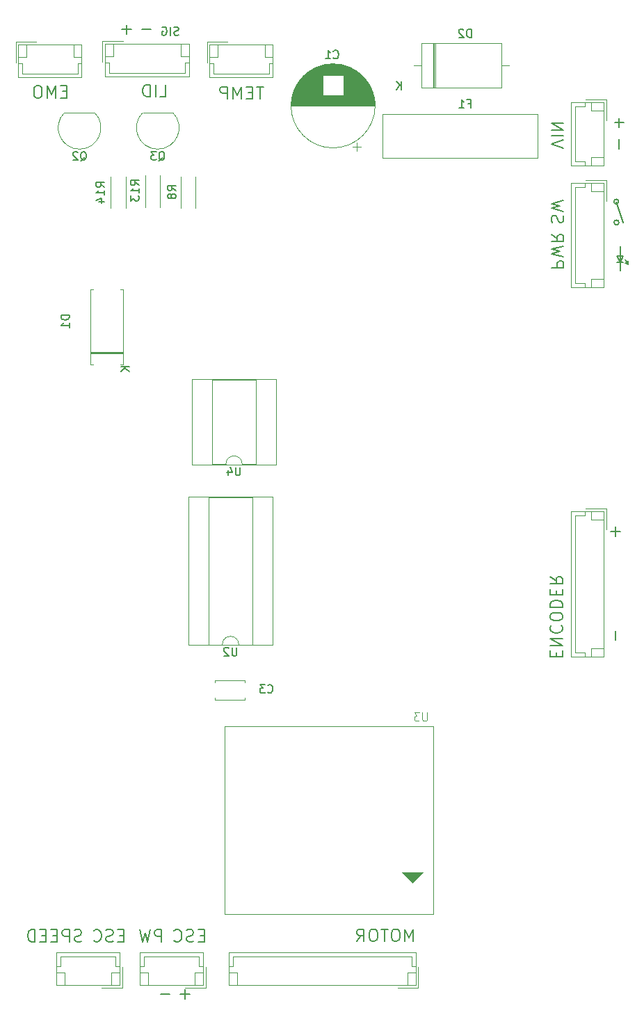
<source format=gbr>
%TF.GenerationSoftware,KiCad,Pcbnew,(7.0.0-0)*%
%TF.CreationDate,2023-03-19T23:14:05+09:00*%
%TF.ProjectId,Spct,53706374-2e6b-4696-9361-645f70636258,rev?*%
%TF.SameCoordinates,PX2540608PY1ee3f58*%
%TF.FileFunction,Legend,Bot*%
%TF.FilePolarity,Positive*%
%FSLAX46Y46*%
G04 Gerber Fmt 4.6, Leading zero omitted, Abs format (unit mm)*
G04 Created by KiCad (PCBNEW (7.0.0-0)) date 2023-03-19 23:14:05*
%MOMM*%
%LPD*%
G01*
G04 APERTURE LIST*
%ADD10C,0.200000*%
%ADD11C,0.150000*%
%ADD12C,0.100000*%
%ADD13C,0.120000*%
G04 APERTURE END LIST*
D10*
X85433257Y-63289257D02*
X85433257Y-62146400D01*
X84861828Y-62717828D02*
X86004685Y-62717828D01*
X85433257Y-75963857D02*
X85433257Y-74821000D01*
X78281542Y-77945057D02*
X78281542Y-77445057D01*
X77495828Y-77230771D02*
X77495828Y-77945057D01*
X77495828Y-77945057D02*
X78995828Y-77945057D01*
X78995828Y-77945057D02*
X78995828Y-77230771D01*
X77495828Y-76587914D02*
X78995828Y-76587914D01*
X78995828Y-76587914D02*
X77495828Y-75730771D01*
X77495828Y-75730771D02*
X78995828Y-75730771D01*
X77638685Y-74159342D02*
X77567257Y-74230770D01*
X77567257Y-74230770D02*
X77495828Y-74445056D01*
X77495828Y-74445056D02*
X77495828Y-74587913D01*
X77495828Y-74587913D02*
X77567257Y-74802199D01*
X77567257Y-74802199D02*
X77710114Y-74945056D01*
X77710114Y-74945056D02*
X77852971Y-75016485D01*
X77852971Y-75016485D02*
X78138685Y-75087913D01*
X78138685Y-75087913D02*
X78352971Y-75087913D01*
X78352971Y-75087913D02*
X78638685Y-75016485D01*
X78638685Y-75016485D02*
X78781542Y-74945056D01*
X78781542Y-74945056D02*
X78924400Y-74802199D01*
X78924400Y-74802199D02*
X78995828Y-74587913D01*
X78995828Y-74587913D02*
X78995828Y-74445056D01*
X78995828Y-74445056D02*
X78924400Y-74230770D01*
X78924400Y-74230770D02*
X78852971Y-74159342D01*
X78995828Y-73230770D02*
X78995828Y-72945056D01*
X78995828Y-72945056D02*
X78924400Y-72802199D01*
X78924400Y-72802199D02*
X78781542Y-72659342D01*
X78781542Y-72659342D02*
X78495828Y-72587913D01*
X78495828Y-72587913D02*
X77995828Y-72587913D01*
X77995828Y-72587913D02*
X77710114Y-72659342D01*
X77710114Y-72659342D02*
X77567257Y-72802199D01*
X77567257Y-72802199D02*
X77495828Y-72945056D01*
X77495828Y-72945056D02*
X77495828Y-73230770D01*
X77495828Y-73230770D02*
X77567257Y-73373628D01*
X77567257Y-73373628D02*
X77710114Y-73516485D01*
X77710114Y-73516485D02*
X77995828Y-73587913D01*
X77995828Y-73587913D02*
X78495828Y-73587913D01*
X78495828Y-73587913D02*
X78781542Y-73516485D01*
X78781542Y-73516485D02*
X78924400Y-73373628D01*
X78924400Y-73373628D02*
X78995828Y-73230770D01*
X77495828Y-71945056D02*
X78995828Y-71945056D01*
X78995828Y-71945056D02*
X78995828Y-71587913D01*
X78995828Y-71587913D02*
X78924400Y-71373627D01*
X78924400Y-71373627D02*
X78781542Y-71230770D01*
X78781542Y-71230770D02*
X78638685Y-71159341D01*
X78638685Y-71159341D02*
X78352971Y-71087913D01*
X78352971Y-71087913D02*
X78138685Y-71087913D01*
X78138685Y-71087913D02*
X77852971Y-71159341D01*
X77852971Y-71159341D02*
X77710114Y-71230770D01*
X77710114Y-71230770D02*
X77567257Y-71373627D01*
X77567257Y-71373627D02*
X77495828Y-71587913D01*
X77495828Y-71587913D02*
X77495828Y-71945056D01*
X78281542Y-70445056D02*
X78281542Y-69945056D01*
X77495828Y-69730770D02*
X77495828Y-70445056D01*
X77495828Y-70445056D02*
X78995828Y-70445056D01*
X78995828Y-70445056D02*
X78995828Y-69730770D01*
X77495828Y-68230770D02*
X78210114Y-68730770D01*
X77495828Y-69087913D02*
X78995828Y-69087913D01*
X78995828Y-69087913D02*
X78995828Y-68516484D01*
X78995828Y-68516484D02*
X78924400Y-68373627D01*
X78924400Y-68373627D02*
X78852971Y-68302198D01*
X78852971Y-68302198D02*
X78710114Y-68230770D01*
X78710114Y-68230770D02*
X78495828Y-68230770D01*
X78495828Y-68230770D02*
X78352971Y-68302198D01*
X78352971Y-68302198D02*
X78281542Y-68373627D01*
X78281542Y-68373627D02*
X78210114Y-68516484D01*
X78210114Y-68516484D02*
X78210114Y-69087913D01*
X32441542Y-119027257D02*
X33584400Y-119027257D01*
X33012971Y-118455828D02*
X33012971Y-119598685D01*
X30028542Y-119027257D02*
X31171400Y-119027257D01*
X60810257Y-112621371D02*
X60810257Y-111121371D01*
X60810257Y-111121371D02*
X60310257Y-112192800D01*
X60310257Y-112192800D02*
X59810257Y-111121371D01*
X59810257Y-111121371D02*
X59810257Y-112621371D01*
X58810256Y-111121371D02*
X58524542Y-111121371D01*
X58524542Y-111121371D02*
X58381685Y-111192800D01*
X58381685Y-111192800D02*
X58238828Y-111335657D01*
X58238828Y-111335657D02*
X58167399Y-111621371D01*
X58167399Y-111621371D02*
X58167399Y-112121371D01*
X58167399Y-112121371D02*
X58238828Y-112407085D01*
X58238828Y-112407085D02*
X58381685Y-112549942D01*
X58381685Y-112549942D02*
X58524542Y-112621371D01*
X58524542Y-112621371D02*
X58810256Y-112621371D01*
X58810256Y-112621371D02*
X58953114Y-112549942D01*
X58953114Y-112549942D02*
X59095971Y-112407085D01*
X59095971Y-112407085D02*
X59167399Y-112121371D01*
X59167399Y-112121371D02*
X59167399Y-111621371D01*
X59167399Y-111621371D02*
X59095971Y-111335657D01*
X59095971Y-111335657D02*
X58953114Y-111192800D01*
X58953114Y-111192800D02*
X58810256Y-111121371D01*
X57738827Y-111121371D02*
X56881685Y-111121371D01*
X57310256Y-112621371D02*
X57310256Y-111121371D01*
X56095970Y-111121371D02*
X55810256Y-111121371D01*
X55810256Y-111121371D02*
X55667399Y-111192800D01*
X55667399Y-111192800D02*
X55524542Y-111335657D01*
X55524542Y-111335657D02*
X55453113Y-111621371D01*
X55453113Y-111621371D02*
X55453113Y-112121371D01*
X55453113Y-112121371D02*
X55524542Y-112407085D01*
X55524542Y-112407085D02*
X55667399Y-112549942D01*
X55667399Y-112549942D02*
X55810256Y-112621371D01*
X55810256Y-112621371D02*
X56095970Y-112621371D01*
X56095970Y-112621371D02*
X56238828Y-112549942D01*
X56238828Y-112549942D02*
X56381685Y-112407085D01*
X56381685Y-112407085D02*
X56453113Y-112121371D01*
X56453113Y-112121371D02*
X56453113Y-111621371D01*
X56453113Y-111621371D02*
X56381685Y-111335657D01*
X56381685Y-111335657D02*
X56238828Y-111192800D01*
X56238828Y-111192800D02*
X56095970Y-111121371D01*
X53953113Y-112621371D02*
X54453113Y-111907085D01*
X54810256Y-112621371D02*
X54810256Y-111121371D01*
X54810256Y-111121371D02*
X54238827Y-111121371D01*
X54238827Y-111121371D02*
X54095970Y-111192800D01*
X54095970Y-111192800D02*
X54024541Y-111264228D01*
X54024541Y-111264228D02*
X53953113Y-111407085D01*
X53953113Y-111407085D02*
X53953113Y-111621371D01*
X53953113Y-111621371D02*
X54024541Y-111764228D01*
X54024541Y-111764228D02*
X54095970Y-111835657D01*
X54095970Y-111835657D02*
X54238827Y-111907085D01*
X54238827Y-111907085D02*
X54810256Y-111907085D01*
X35359457Y-111886457D02*
X34859457Y-111886457D01*
X34645171Y-112672171D02*
X35359457Y-112672171D01*
X35359457Y-112672171D02*
X35359457Y-111172171D01*
X35359457Y-111172171D02*
X34645171Y-111172171D01*
X34073742Y-112600742D02*
X33859457Y-112672171D01*
X33859457Y-112672171D02*
X33502314Y-112672171D01*
X33502314Y-112672171D02*
X33359457Y-112600742D01*
X33359457Y-112600742D02*
X33288028Y-112529314D01*
X33288028Y-112529314D02*
X33216599Y-112386457D01*
X33216599Y-112386457D02*
X33216599Y-112243600D01*
X33216599Y-112243600D02*
X33288028Y-112100742D01*
X33288028Y-112100742D02*
X33359457Y-112029314D01*
X33359457Y-112029314D02*
X33502314Y-111957885D01*
X33502314Y-111957885D02*
X33788028Y-111886457D01*
X33788028Y-111886457D02*
X33930885Y-111815028D01*
X33930885Y-111815028D02*
X34002314Y-111743600D01*
X34002314Y-111743600D02*
X34073742Y-111600742D01*
X34073742Y-111600742D02*
X34073742Y-111457885D01*
X34073742Y-111457885D02*
X34002314Y-111315028D01*
X34002314Y-111315028D02*
X33930885Y-111243600D01*
X33930885Y-111243600D02*
X33788028Y-111172171D01*
X33788028Y-111172171D02*
X33430885Y-111172171D01*
X33430885Y-111172171D02*
X33216599Y-111243600D01*
X31716600Y-112529314D02*
X31788028Y-112600742D01*
X31788028Y-112600742D02*
X32002314Y-112672171D01*
X32002314Y-112672171D02*
X32145171Y-112672171D01*
X32145171Y-112672171D02*
X32359457Y-112600742D01*
X32359457Y-112600742D02*
X32502314Y-112457885D01*
X32502314Y-112457885D02*
X32573743Y-112315028D01*
X32573743Y-112315028D02*
X32645171Y-112029314D01*
X32645171Y-112029314D02*
X32645171Y-111815028D01*
X32645171Y-111815028D02*
X32573743Y-111529314D01*
X32573743Y-111529314D02*
X32502314Y-111386457D01*
X32502314Y-111386457D02*
X32359457Y-111243600D01*
X32359457Y-111243600D02*
X32145171Y-111172171D01*
X32145171Y-111172171D02*
X32002314Y-111172171D01*
X32002314Y-111172171D02*
X31788028Y-111243600D01*
X31788028Y-111243600D02*
X31716600Y-111315028D01*
X30173743Y-112672171D02*
X30173743Y-111172171D01*
X30173743Y-111172171D02*
X29602314Y-111172171D01*
X29602314Y-111172171D02*
X29459457Y-111243600D01*
X29459457Y-111243600D02*
X29388028Y-111315028D01*
X29388028Y-111315028D02*
X29316600Y-111457885D01*
X29316600Y-111457885D02*
X29316600Y-111672171D01*
X29316600Y-111672171D02*
X29388028Y-111815028D01*
X29388028Y-111815028D02*
X29459457Y-111886457D01*
X29459457Y-111886457D02*
X29602314Y-111957885D01*
X29602314Y-111957885D02*
X30173743Y-111957885D01*
X28816600Y-111172171D02*
X28459457Y-112672171D01*
X28459457Y-112672171D02*
X28173743Y-111600742D01*
X28173743Y-111600742D02*
X27888028Y-112672171D01*
X27888028Y-112672171D02*
X27530886Y-111172171D01*
X25555057Y-111886457D02*
X25055057Y-111886457D01*
X24840771Y-112672171D02*
X25555057Y-112672171D01*
X25555057Y-112672171D02*
X25555057Y-111172171D01*
X25555057Y-111172171D02*
X24840771Y-111172171D01*
X24269342Y-112600742D02*
X24055057Y-112672171D01*
X24055057Y-112672171D02*
X23697914Y-112672171D01*
X23697914Y-112672171D02*
X23555057Y-112600742D01*
X23555057Y-112600742D02*
X23483628Y-112529314D01*
X23483628Y-112529314D02*
X23412199Y-112386457D01*
X23412199Y-112386457D02*
X23412199Y-112243600D01*
X23412199Y-112243600D02*
X23483628Y-112100742D01*
X23483628Y-112100742D02*
X23555057Y-112029314D01*
X23555057Y-112029314D02*
X23697914Y-111957885D01*
X23697914Y-111957885D02*
X23983628Y-111886457D01*
X23983628Y-111886457D02*
X24126485Y-111815028D01*
X24126485Y-111815028D02*
X24197914Y-111743600D01*
X24197914Y-111743600D02*
X24269342Y-111600742D01*
X24269342Y-111600742D02*
X24269342Y-111457885D01*
X24269342Y-111457885D02*
X24197914Y-111315028D01*
X24197914Y-111315028D02*
X24126485Y-111243600D01*
X24126485Y-111243600D02*
X23983628Y-111172171D01*
X23983628Y-111172171D02*
X23626485Y-111172171D01*
X23626485Y-111172171D02*
X23412199Y-111243600D01*
X21912200Y-112529314D02*
X21983628Y-112600742D01*
X21983628Y-112600742D02*
X22197914Y-112672171D01*
X22197914Y-112672171D02*
X22340771Y-112672171D01*
X22340771Y-112672171D02*
X22555057Y-112600742D01*
X22555057Y-112600742D02*
X22697914Y-112457885D01*
X22697914Y-112457885D02*
X22769343Y-112315028D01*
X22769343Y-112315028D02*
X22840771Y-112029314D01*
X22840771Y-112029314D02*
X22840771Y-111815028D01*
X22840771Y-111815028D02*
X22769343Y-111529314D01*
X22769343Y-111529314D02*
X22697914Y-111386457D01*
X22697914Y-111386457D02*
X22555057Y-111243600D01*
X22555057Y-111243600D02*
X22340771Y-111172171D01*
X22340771Y-111172171D02*
X22197914Y-111172171D01*
X22197914Y-111172171D02*
X21983628Y-111243600D01*
X21983628Y-111243600D02*
X21912200Y-111315028D01*
X20440771Y-112600742D02*
X20226486Y-112672171D01*
X20226486Y-112672171D02*
X19869343Y-112672171D01*
X19869343Y-112672171D02*
X19726486Y-112600742D01*
X19726486Y-112600742D02*
X19655057Y-112529314D01*
X19655057Y-112529314D02*
X19583628Y-112386457D01*
X19583628Y-112386457D02*
X19583628Y-112243600D01*
X19583628Y-112243600D02*
X19655057Y-112100742D01*
X19655057Y-112100742D02*
X19726486Y-112029314D01*
X19726486Y-112029314D02*
X19869343Y-111957885D01*
X19869343Y-111957885D02*
X20155057Y-111886457D01*
X20155057Y-111886457D02*
X20297914Y-111815028D01*
X20297914Y-111815028D02*
X20369343Y-111743600D01*
X20369343Y-111743600D02*
X20440771Y-111600742D01*
X20440771Y-111600742D02*
X20440771Y-111457885D01*
X20440771Y-111457885D02*
X20369343Y-111315028D01*
X20369343Y-111315028D02*
X20297914Y-111243600D01*
X20297914Y-111243600D02*
X20155057Y-111172171D01*
X20155057Y-111172171D02*
X19797914Y-111172171D01*
X19797914Y-111172171D02*
X19583628Y-111243600D01*
X18940772Y-112672171D02*
X18940772Y-111172171D01*
X18940772Y-111172171D02*
X18369343Y-111172171D01*
X18369343Y-111172171D02*
X18226486Y-111243600D01*
X18226486Y-111243600D02*
X18155057Y-111315028D01*
X18155057Y-111315028D02*
X18083629Y-111457885D01*
X18083629Y-111457885D02*
X18083629Y-111672171D01*
X18083629Y-111672171D02*
X18155057Y-111815028D01*
X18155057Y-111815028D02*
X18226486Y-111886457D01*
X18226486Y-111886457D02*
X18369343Y-111957885D01*
X18369343Y-111957885D02*
X18940772Y-111957885D01*
X17440772Y-111886457D02*
X16940772Y-111886457D01*
X16726486Y-112672171D02*
X17440772Y-112672171D01*
X17440772Y-112672171D02*
X17440772Y-111172171D01*
X17440772Y-111172171D02*
X16726486Y-111172171D01*
X16083629Y-111886457D02*
X15583629Y-111886457D01*
X15369343Y-112672171D02*
X16083629Y-112672171D01*
X16083629Y-112672171D02*
X16083629Y-111172171D01*
X16083629Y-111172171D02*
X15369343Y-111172171D01*
X14726486Y-112672171D02*
X14726486Y-111172171D01*
X14726486Y-111172171D02*
X14369343Y-111172171D01*
X14369343Y-111172171D02*
X14155057Y-111243600D01*
X14155057Y-111243600D02*
X14012200Y-111386457D01*
X14012200Y-111386457D02*
X13940771Y-111529314D01*
X13940771Y-111529314D02*
X13869343Y-111815028D01*
X13869343Y-111815028D02*
X13869343Y-112029314D01*
X13869343Y-112029314D02*
X13940771Y-112315028D01*
X13940771Y-112315028D02*
X14012200Y-112457885D01*
X14012200Y-112457885D02*
X14155057Y-112600742D01*
X14155057Y-112600742D02*
X14369343Y-112672171D01*
X14369343Y-112672171D02*
X14726486Y-112672171D01*
X18620857Y-9168857D02*
X18120857Y-9168857D01*
X17906571Y-9954571D02*
X18620857Y-9954571D01*
X18620857Y-9954571D02*
X18620857Y-8454571D01*
X18620857Y-8454571D02*
X17906571Y-8454571D01*
X17263714Y-9954571D02*
X17263714Y-8454571D01*
X17263714Y-8454571D02*
X16763714Y-9526000D01*
X16763714Y-9526000D02*
X16263714Y-8454571D01*
X16263714Y-8454571D02*
X16263714Y-9954571D01*
X15263713Y-8454571D02*
X14977999Y-8454571D01*
X14977999Y-8454571D02*
X14835142Y-8526000D01*
X14835142Y-8526000D02*
X14692285Y-8668857D01*
X14692285Y-8668857D02*
X14620856Y-8954571D01*
X14620856Y-8954571D02*
X14620856Y-9454571D01*
X14620856Y-9454571D02*
X14692285Y-9740285D01*
X14692285Y-9740285D02*
X14835142Y-9883142D01*
X14835142Y-9883142D02*
X14977999Y-9954571D01*
X14977999Y-9954571D02*
X15263713Y-9954571D01*
X15263713Y-9954571D02*
X15406571Y-9883142D01*
X15406571Y-9883142D02*
X15549428Y-9740285D01*
X15549428Y-9740285D02*
X15620856Y-9454571D01*
X15620856Y-9454571D02*
X15620856Y-8954571D01*
X15620856Y-8954571D02*
X15549428Y-8668857D01*
X15549428Y-8668857D02*
X15406571Y-8526000D01*
X15406571Y-8526000D02*
X15263713Y-8454571D01*
X32249523Y-2268761D02*
X32106666Y-2316380D01*
X32106666Y-2316380D02*
X31868571Y-2316380D01*
X31868571Y-2316380D02*
X31773333Y-2268761D01*
X31773333Y-2268761D02*
X31725714Y-2221142D01*
X31725714Y-2221142D02*
X31678095Y-2125904D01*
X31678095Y-2125904D02*
X31678095Y-2030666D01*
X31678095Y-2030666D02*
X31725714Y-1935428D01*
X31725714Y-1935428D02*
X31773333Y-1887809D01*
X31773333Y-1887809D02*
X31868571Y-1840190D01*
X31868571Y-1840190D02*
X32059047Y-1792571D01*
X32059047Y-1792571D02*
X32154285Y-1744952D01*
X32154285Y-1744952D02*
X32201904Y-1697333D01*
X32201904Y-1697333D02*
X32249523Y-1602095D01*
X32249523Y-1602095D02*
X32249523Y-1506857D01*
X32249523Y-1506857D02*
X32201904Y-1411619D01*
X32201904Y-1411619D02*
X32154285Y-1364000D01*
X32154285Y-1364000D02*
X32059047Y-1316380D01*
X32059047Y-1316380D02*
X31820952Y-1316380D01*
X31820952Y-1316380D02*
X31678095Y-1364000D01*
X31249523Y-2316380D02*
X31249523Y-1316380D01*
X30249524Y-1364000D02*
X30344762Y-1316380D01*
X30344762Y-1316380D02*
X30487619Y-1316380D01*
X30487619Y-1316380D02*
X30630476Y-1364000D01*
X30630476Y-1364000D02*
X30725714Y-1459238D01*
X30725714Y-1459238D02*
X30773333Y-1554476D01*
X30773333Y-1554476D02*
X30820952Y-1744952D01*
X30820952Y-1744952D02*
X30820952Y-1887809D01*
X30820952Y-1887809D02*
X30773333Y-2078285D01*
X30773333Y-2078285D02*
X30725714Y-2173523D01*
X30725714Y-2173523D02*
X30630476Y-2268761D01*
X30630476Y-2268761D02*
X30487619Y-2316380D01*
X30487619Y-2316380D02*
X30392381Y-2316380D01*
X30392381Y-2316380D02*
X30249524Y-2268761D01*
X30249524Y-2268761D02*
X30201905Y-2221142D01*
X30201905Y-2221142D02*
X30201905Y-1887809D01*
X30201905Y-1887809D02*
X30392381Y-1887809D01*
X28907857Y-1636142D02*
X27765000Y-1636142D01*
X26494857Y-1636142D02*
X25352000Y-1636142D01*
X25923428Y-2207571D02*
X25923428Y-1064714D01*
X29971571Y-9827571D02*
X30685857Y-9827571D01*
X30685857Y-9827571D02*
X30685857Y-8327571D01*
X29471571Y-9827571D02*
X29471571Y-8327571D01*
X28757285Y-9827571D02*
X28757285Y-8327571D01*
X28757285Y-8327571D02*
X28400142Y-8327571D01*
X28400142Y-8327571D02*
X28185856Y-8399000D01*
X28185856Y-8399000D02*
X28042999Y-8541857D01*
X28042999Y-8541857D02*
X27971570Y-8684714D01*
X27971570Y-8684714D02*
X27900142Y-8970428D01*
X27900142Y-8970428D02*
X27900142Y-9184714D01*
X27900142Y-9184714D02*
X27971570Y-9470428D01*
X27971570Y-9470428D02*
X28042999Y-9613285D01*
X28042999Y-9613285D02*
X28185856Y-9756142D01*
X28185856Y-9756142D02*
X28400142Y-9827571D01*
X28400142Y-9827571D02*
X28757285Y-9827571D01*
X42584142Y-8581571D02*
X41727000Y-8581571D01*
X42155571Y-10081571D02*
X42155571Y-8581571D01*
X41227000Y-9295857D02*
X40727000Y-9295857D01*
X40512714Y-10081571D02*
X41227000Y-10081571D01*
X41227000Y-10081571D02*
X41227000Y-8581571D01*
X41227000Y-8581571D02*
X40512714Y-8581571D01*
X39869857Y-10081571D02*
X39869857Y-8581571D01*
X39869857Y-8581571D02*
X39369857Y-9653000D01*
X39369857Y-9653000D02*
X38869857Y-8581571D01*
X38869857Y-8581571D02*
X38869857Y-10081571D01*
X38155571Y-10081571D02*
X38155571Y-8581571D01*
X38155571Y-8581571D02*
X37584142Y-8581571D01*
X37584142Y-8581571D02*
X37441285Y-8653000D01*
X37441285Y-8653000D02*
X37369856Y-8724428D01*
X37369856Y-8724428D02*
X37298428Y-8867285D01*
X37298428Y-8867285D02*
X37298428Y-9081571D01*
X37298428Y-9081571D02*
X37369856Y-9224428D01*
X37369856Y-9224428D02*
X37441285Y-9295857D01*
X37441285Y-9295857D02*
X37584142Y-9367285D01*
X37584142Y-9367285D02*
X38155571Y-9367285D01*
D11*
X87000000Y-30200000D02*
X86612693Y-30043709D01*
X87000000Y-30200000D02*
X87000000Y-29800000D01*
X86600000Y-29600000D02*
X87000000Y-30200000D01*
X85600000Y-30000000D02*
X86400000Y-30000000D01*
X85600000Y-29200000D02*
X86000000Y-30000000D01*
X86400000Y-29200000D02*
X85600000Y-29200000D01*
X86000000Y-30000000D02*
X86400000Y-29200000D01*
X86000000Y-28000000D02*
X86000000Y-31000000D01*
X85858521Y-25110608D02*
G75*
G03*
X85858521Y-25110608I-296839J0D01*
G01*
X85827941Y-22578411D02*
G75*
G03*
X85827941Y-22578411I-296839J0D01*
G01*
X85531102Y-22578411D02*
X86330896Y-25130948D01*
D10*
X85897857Y-16142857D02*
X85897857Y-15000000D01*
X85897857Y-13542857D02*
X85897857Y-12400000D01*
X85326428Y-12971428D02*
X86469285Y-12971428D01*
X77626428Y-30642857D02*
X79126428Y-30642857D01*
X79126428Y-30642857D02*
X79126428Y-30071428D01*
X79126428Y-30071428D02*
X79055000Y-29928571D01*
X79055000Y-29928571D02*
X78983571Y-29857142D01*
X78983571Y-29857142D02*
X78840714Y-29785714D01*
X78840714Y-29785714D02*
X78626428Y-29785714D01*
X78626428Y-29785714D02*
X78483571Y-29857142D01*
X78483571Y-29857142D02*
X78412142Y-29928571D01*
X78412142Y-29928571D02*
X78340714Y-30071428D01*
X78340714Y-30071428D02*
X78340714Y-30642857D01*
X79126428Y-29285714D02*
X77626428Y-28928571D01*
X77626428Y-28928571D02*
X78697857Y-28642857D01*
X78697857Y-28642857D02*
X77626428Y-28357142D01*
X77626428Y-28357142D02*
X79126428Y-28000000D01*
X77626428Y-26571428D02*
X78340714Y-27071428D01*
X77626428Y-27428571D02*
X79126428Y-27428571D01*
X79126428Y-27428571D02*
X79126428Y-26857142D01*
X79126428Y-26857142D02*
X79055000Y-26714285D01*
X79055000Y-26714285D02*
X78983571Y-26642856D01*
X78983571Y-26642856D02*
X78840714Y-26571428D01*
X78840714Y-26571428D02*
X78626428Y-26571428D01*
X78626428Y-26571428D02*
X78483571Y-26642856D01*
X78483571Y-26642856D02*
X78412142Y-26714285D01*
X78412142Y-26714285D02*
X78340714Y-26857142D01*
X78340714Y-26857142D02*
X78340714Y-27428571D01*
X77697857Y-25099999D02*
X77626428Y-24885714D01*
X77626428Y-24885714D02*
X77626428Y-24528571D01*
X77626428Y-24528571D02*
X77697857Y-24385714D01*
X77697857Y-24385714D02*
X77769285Y-24314285D01*
X77769285Y-24314285D02*
X77912142Y-24242856D01*
X77912142Y-24242856D02*
X78055000Y-24242856D01*
X78055000Y-24242856D02*
X78197857Y-24314285D01*
X78197857Y-24314285D02*
X78269285Y-24385714D01*
X78269285Y-24385714D02*
X78340714Y-24528571D01*
X78340714Y-24528571D02*
X78412142Y-24814285D01*
X78412142Y-24814285D02*
X78483571Y-24957142D01*
X78483571Y-24957142D02*
X78555000Y-25028571D01*
X78555000Y-25028571D02*
X78697857Y-25099999D01*
X78697857Y-25099999D02*
X78840714Y-25099999D01*
X78840714Y-25099999D02*
X78983571Y-25028571D01*
X78983571Y-25028571D02*
X79055000Y-24957142D01*
X79055000Y-24957142D02*
X79126428Y-24814285D01*
X79126428Y-24814285D02*
X79126428Y-24457142D01*
X79126428Y-24457142D02*
X79055000Y-24242856D01*
X79126428Y-23742857D02*
X77626428Y-23385714D01*
X77626428Y-23385714D02*
X78697857Y-23100000D01*
X78697857Y-23100000D02*
X77626428Y-22814285D01*
X77626428Y-22814285D02*
X79126428Y-22457143D01*
X79126428Y-16057142D02*
X77626428Y-15557142D01*
X77626428Y-15557142D02*
X79126428Y-15057142D01*
X77626428Y-14557143D02*
X79126428Y-14557143D01*
X77626428Y-13842857D02*
X79126428Y-13842857D01*
X79126428Y-13842857D02*
X77626428Y-12985714D01*
X77626428Y-12985714D02*
X79126428Y-12985714D01*
D12*
%TO.C,U3*%
X62500904Y-84776380D02*
X62500904Y-85585904D01*
X62500904Y-85585904D02*
X62453285Y-85681142D01*
X62453285Y-85681142D02*
X62405666Y-85728761D01*
X62405666Y-85728761D02*
X62310428Y-85776380D01*
X62310428Y-85776380D02*
X62119952Y-85776380D01*
X62119952Y-85776380D02*
X62024714Y-85728761D01*
X62024714Y-85728761D02*
X61977095Y-85681142D01*
X61977095Y-85681142D02*
X61929476Y-85585904D01*
X61929476Y-85585904D02*
X61929476Y-84776380D01*
X61548523Y-84776380D02*
X60929476Y-84776380D01*
X60929476Y-84776380D02*
X61262809Y-85157333D01*
X61262809Y-85157333D02*
X61119952Y-85157333D01*
X61119952Y-85157333D02*
X61024714Y-85204952D01*
X61024714Y-85204952D02*
X60977095Y-85252571D01*
X60977095Y-85252571D02*
X60929476Y-85347809D01*
X60929476Y-85347809D02*
X60929476Y-85585904D01*
X60929476Y-85585904D02*
X60977095Y-85681142D01*
X60977095Y-85681142D02*
X61024714Y-85728761D01*
X61024714Y-85728761D02*
X61119952Y-85776380D01*
X61119952Y-85776380D02*
X61405666Y-85776380D01*
X61405666Y-85776380D02*
X61500904Y-85728761D01*
X61500904Y-85728761D02*
X61548523Y-85681142D01*
D11*
%TO.C,R13*%
X27418380Y-20566142D02*
X26942190Y-20232809D01*
X27418380Y-19994714D02*
X26418380Y-19994714D01*
X26418380Y-19994714D02*
X26418380Y-20375666D01*
X26418380Y-20375666D02*
X26466000Y-20470904D01*
X26466000Y-20470904D02*
X26513619Y-20518523D01*
X26513619Y-20518523D02*
X26608857Y-20566142D01*
X26608857Y-20566142D02*
X26751714Y-20566142D01*
X26751714Y-20566142D02*
X26846952Y-20518523D01*
X26846952Y-20518523D02*
X26894571Y-20470904D01*
X26894571Y-20470904D02*
X26942190Y-20375666D01*
X26942190Y-20375666D02*
X26942190Y-19994714D01*
X27418380Y-21518523D02*
X27418380Y-20947095D01*
X27418380Y-21232809D02*
X26418380Y-21232809D01*
X26418380Y-21232809D02*
X26561238Y-21137571D01*
X26561238Y-21137571D02*
X26656476Y-21042333D01*
X26656476Y-21042333D02*
X26704095Y-20947095D01*
X26418380Y-21851857D02*
X26418380Y-22470904D01*
X26418380Y-22470904D02*
X26799333Y-22137571D01*
X26799333Y-22137571D02*
X26799333Y-22280428D01*
X26799333Y-22280428D02*
X26846952Y-22375666D01*
X26846952Y-22375666D02*
X26894571Y-22423285D01*
X26894571Y-22423285D02*
X26989809Y-22470904D01*
X26989809Y-22470904D02*
X27227904Y-22470904D01*
X27227904Y-22470904D02*
X27323142Y-22423285D01*
X27323142Y-22423285D02*
X27370761Y-22375666D01*
X27370761Y-22375666D02*
X27418380Y-22280428D01*
X27418380Y-22280428D02*
X27418380Y-21994714D01*
X27418380Y-21994714D02*
X27370761Y-21899476D01*
X27370761Y-21899476D02*
X27323142Y-21851857D01*
%TO.C,D1*%
X18938380Y-36391905D02*
X17938380Y-36391905D01*
X17938380Y-36391905D02*
X17938380Y-36630000D01*
X17938380Y-36630000D02*
X17986000Y-36772857D01*
X17986000Y-36772857D02*
X18081238Y-36868095D01*
X18081238Y-36868095D02*
X18176476Y-36915714D01*
X18176476Y-36915714D02*
X18366952Y-36963333D01*
X18366952Y-36963333D02*
X18509809Y-36963333D01*
X18509809Y-36963333D02*
X18700285Y-36915714D01*
X18700285Y-36915714D02*
X18795523Y-36868095D01*
X18795523Y-36868095D02*
X18890761Y-36772857D01*
X18890761Y-36772857D02*
X18938380Y-36630000D01*
X18938380Y-36630000D02*
X18938380Y-36391905D01*
X18938380Y-37915714D02*
X18938380Y-37344286D01*
X18938380Y-37630000D02*
X17938380Y-37630000D01*
X17938380Y-37630000D02*
X18081238Y-37534762D01*
X18081238Y-37534762D02*
X18176476Y-37439524D01*
X18176476Y-37439524D02*
X18224095Y-37344286D01*
X26262380Y-42664095D02*
X25262380Y-42664095D01*
X26262380Y-43235523D02*
X25690952Y-42806952D01*
X25262380Y-43235523D02*
X25833809Y-42664095D01*
%TO.C,F1*%
X67472333Y-10652571D02*
X67805666Y-10652571D01*
X67805666Y-11176380D02*
X67805666Y-10176380D01*
X67805666Y-10176380D02*
X67329476Y-10176380D01*
X66424714Y-11176380D02*
X66996142Y-11176380D01*
X66710428Y-11176380D02*
X66710428Y-10176380D01*
X66710428Y-10176380D02*
X66805666Y-10319238D01*
X66805666Y-10319238D02*
X66900904Y-10414476D01*
X66900904Y-10414476D02*
X66996142Y-10462095D01*
%TO.C,D2*%
X67877094Y-2576380D02*
X67877094Y-1576380D01*
X67877094Y-1576380D02*
X67638999Y-1576380D01*
X67638999Y-1576380D02*
X67496142Y-1624000D01*
X67496142Y-1624000D02*
X67400904Y-1719238D01*
X67400904Y-1719238D02*
X67353285Y-1814476D01*
X67353285Y-1814476D02*
X67305666Y-2004952D01*
X67305666Y-2004952D02*
X67305666Y-2147809D01*
X67305666Y-2147809D02*
X67353285Y-2338285D01*
X67353285Y-2338285D02*
X67400904Y-2433523D01*
X67400904Y-2433523D02*
X67496142Y-2528761D01*
X67496142Y-2528761D02*
X67638999Y-2576380D01*
X67638999Y-2576380D02*
X67877094Y-2576380D01*
X66924713Y-1671619D02*
X66877094Y-1624000D01*
X66877094Y-1624000D02*
X66781856Y-1576380D01*
X66781856Y-1576380D02*
X66543761Y-1576380D01*
X66543761Y-1576380D02*
X66448523Y-1624000D01*
X66448523Y-1624000D02*
X66400904Y-1671619D01*
X66400904Y-1671619D02*
X66353285Y-1766857D01*
X66353285Y-1766857D02*
X66353285Y-1862095D01*
X66353285Y-1862095D02*
X66400904Y-2004952D01*
X66400904Y-2004952D02*
X66972332Y-2576380D01*
X66972332Y-2576380D02*
X66353285Y-2576380D01*
X59341904Y-8967380D02*
X59341904Y-7967380D01*
X58770476Y-8967380D02*
X59199047Y-8395952D01*
X58770476Y-7967380D02*
X59341904Y-8538809D01*
%TO.C,R14*%
X23227380Y-20820142D02*
X22751190Y-20486809D01*
X23227380Y-20248714D02*
X22227380Y-20248714D01*
X22227380Y-20248714D02*
X22227380Y-20629666D01*
X22227380Y-20629666D02*
X22275000Y-20724904D01*
X22275000Y-20724904D02*
X22322619Y-20772523D01*
X22322619Y-20772523D02*
X22417857Y-20820142D01*
X22417857Y-20820142D02*
X22560714Y-20820142D01*
X22560714Y-20820142D02*
X22655952Y-20772523D01*
X22655952Y-20772523D02*
X22703571Y-20724904D01*
X22703571Y-20724904D02*
X22751190Y-20629666D01*
X22751190Y-20629666D02*
X22751190Y-20248714D01*
X23227380Y-21772523D02*
X23227380Y-21201095D01*
X23227380Y-21486809D02*
X22227380Y-21486809D01*
X22227380Y-21486809D02*
X22370238Y-21391571D01*
X22370238Y-21391571D02*
X22465476Y-21296333D01*
X22465476Y-21296333D02*
X22513095Y-21201095D01*
X22560714Y-22629666D02*
X23227380Y-22629666D01*
X22179761Y-22391571D02*
X22894047Y-22153476D01*
X22894047Y-22153476D02*
X22894047Y-22772523D01*
%TO.C,R8*%
X31918380Y-21239533D02*
X31442190Y-20906200D01*
X31918380Y-20668105D02*
X30918380Y-20668105D01*
X30918380Y-20668105D02*
X30918380Y-21049057D01*
X30918380Y-21049057D02*
X30966000Y-21144295D01*
X30966000Y-21144295D02*
X31013619Y-21191914D01*
X31013619Y-21191914D02*
X31108857Y-21239533D01*
X31108857Y-21239533D02*
X31251714Y-21239533D01*
X31251714Y-21239533D02*
X31346952Y-21191914D01*
X31346952Y-21191914D02*
X31394571Y-21144295D01*
X31394571Y-21144295D02*
X31442190Y-21049057D01*
X31442190Y-21049057D02*
X31442190Y-20668105D01*
X31346952Y-21810962D02*
X31299333Y-21715724D01*
X31299333Y-21715724D02*
X31251714Y-21668105D01*
X31251714Y-21668105D02*
X31156476Y-21620486D01*
X31156476Y-21620486D02*
X31108857Y-21620486D01*
X31108857Y-21620486D02*
X31013619Y-21668105D01*
X31013619Y-21668105D02*
X30966000Y-21715724D01*
X30966000Y-21715724D02*
X30918380Y-21810962D01*
X30918380Y-21810962D02*
X30918380Y-22001438D01*
X30918380Y-22001438D02*
X30966000Y-22096676D01*
X30966000Y-22096676D02*
X31013619Y-22144295D01*
X31013619Y-22144295D02*
X31108857Y-22191914D01*
X31108857Y-22191914D02*
X31156476Y-22191914D01*
X31156476Y-22191914D02*
X31251714Y-22144295D01*
X31251714Y-22144295D02*
X31299333Y-22096676D01*
X31299333Y-22096676D02*
X31346952Y-22001438D01*
X31346952Y-22001438D02*
X31346952Y-21810962D01*
X31346952Y-21810962D02*
X31394571Y-21715724D01*
X31394571Y-21715724D02*
X31442190Y-21668105D01*
X31442190Y-21668105D02*
X31537428Y-21620486D01*
X31537428Y-21620486D02*
X31727904Y-21620486D01*
X31727904Y-21620486D02*
X31823142Y-21668105D01*
X31823142Y-21668105D02*
X31870761Y-21715724D01*
X31870761Y-21715724D02*
X31918380Y-21810962D01*
X31918380Y-21810962D02*
X31918380Y-22001438D01*
X31918380Y-22001438D02*
X31870761Y-22096676D01*
X31870761Y-22096676D02*
X31823142Y-22144295D01*
X31823142Y-22144295D02*
X31727904Y-22191914D01*
X31727904Y-22191914D02*
X31537428Y-22191914D01*
X31537428Y-22191914D02*
X31442190Y-22144295D01*
X31442190Y-22144295D02*
X31394571Y-22096676D01*
X31394571Y-22096676D02*
X31346952Y-22001438D01*
%TO.C,U4*%
X39760904Y-54900380D02*
X39760904Y-55709904D01*
X39760904Y-55709904D02*
X39713285Y-55805142D01*
X39713285Y-55805142D02*
X39665666Y-55852761D01*
X39665666Y-55852761D02*
X39570428Y-55900380D01*
X39570428Y-55900380D02*
X39379952Y-55900380D01*
X39379952Y-55900380D02*
X39284714Y-55852761D01*
X39284714Y-55852761D02*
X39237095Y-55805142D01*
X39237095Y-55805142D02*
X39189476Y-55709904D01*
X39189476Y-55709904D02*
X39189476Y-54900380D01*
X38284714Y-55233714D02*
X38284714Y-55900380D01*
X38522809Y-54852761D02*
X38760904Y-55567047D01*
X38760904Y-55567047D02*
X38141857Y-55567047D01*
%TO.C,Q3*%
X29813238Y-17611619D02*
X29908476Y-17564000D01*
X29908476Y-17564000D02*
X30003714Y-17468761D01*
X30003714Y-17468761D02*
X30146571Y-17325904D01*
X30146571Y-17325904D02*
X30241809Y-17278285D01*
X30241809Y-17278285D02*
X30337047Y-17278285D01*
X30289428Y-17516380D02*
X30384666Y-17468761D01*
X30384666Y-17468761D02*
X30479904Y-17373523D01*
X30479904Y-17373523D02*
X30527523Y-17183047D01*
X30527523Y-17183047D02*
X30527523Y-16849714D01*
X30527523Y-16849714D02*
X30479904Y-16659238D01*
X30479904Y-16659238D02*
X30384666Y-16564000D01*
X30384666Y-16564000D02*
X30289428Y-16516380D01*
X30289428Y-16516380D02*
X30098952Y-16516380D01*
X30098952Y-16516380D02*
X30003714Y-16564000D01*
X30003714Y-16564000D02*
X29908476Y-16659238D01*
X29908476Y-16659238D02*
X29860857Y-16849714D01*
X29860857Y-16849714D02*
X29860857Y-17183047D01*
X29860857Y-17183047D02*
X29908476Y-17373523D01*
X29908476Y-17373523D02*
X30003714Y-17468761D01*
X30003714Y-17468761D02*
X30098952Y-17516380D01*
X30098952Y-17516380D02*
X30289428Y-17516380D01*
X29527523Y-16516380D02*
X28908476Y-16516380D01*
X28908476Y-16516380D02*
X29241809Y-16897333D01*
X29241809Y-16897333D02*
X29098952Y-16897333D01*
X29098952Y-16897333D02*
X29003714Y-16944952D01*
X29003714Y-16944952D02*
X28956095Y-16992571D01*
X28956095Y-16992571D02*
X28908476Y-17087809D01*
X28908476Y-17087809D02*
X28908476Y-17325904D01*
X28908476Y-17325904D02*
X28956095Y-17421142D01*
X28956095Y-17421142D02*
X29003714Y-17468761D01*
X29003714Y-17468761D02*
X29098952Y-17516380D01*
X29098952Y-17516380D02*
X29384666Y-17516380D01*
X29384666Y-17516380D02*
X29479904Y-17468761D01*
X29479904Y-17468761D02*
X29527523Y-17421142D01*
%TO.C,C1*%
X51105666Y-5081142D02*
X51153285Y-5128761D01*
X51153285Y-5128761D02*
X51296142Y-5176380D01*
X51296142Y-5176380D02*
X51391380Y-5176380D01*
X51391380Y-5176380D02*
X51534237Y-5128761D01*
X51534237Y-5128761D02*
X51629475Y-5033523D01*
X51629475Y-5033523D02*
X51677094Y-4938285D01*
X51677094Y-4938285D02*
X51724713Y-4747809D01*
X51724713Y-4747809D02*
X51724713Y-4604952D01*
X51724713Y-4604952D02*
X51677094Y-4414476D01*
X51677094Y-4414476D02*
X51629475Y-4319238D01*
X51629475Y-4319238D02*
X51534237Y-4224000D01*
X51534237Y-4224000D02*
X51391380Y-4176380D01*
X51391380Y-4176380D02*
X51296142Y-4176380D01*
X51296142Y-4176380D02*
X51153285Y-4224000D01*
X51153285Y-4224000D02*
X51105666Y-4271619D01*
X50153285Y-5176380D02*
X50724713Y-5176380D01*
X50438999Y-5176380D02*
X50438999Y-4176380D01*
X50438999Y-4176380D02*
X50534237Y-4319238D01*
X50534237Y-4319238D02*
X50629475Y-4414476D01*
X50629475Y-4414476D02*
X50724713Y-4462095D01*
%TO.C,C3*%
X43105666Y-82281142D02*
X43153285Y-82328761D01*
X43153285Y-82328761D02*
X43296142Y-82376380D01*
X43296142Y-82376380D02*
X43391380Y-82376380D01*
X43391380Y-82376380D02*
X43534237Y-82328761D01*
X43534237Y-82328761D02*
X43629475Y-82233523D01*
X43629475Y-82233523D02*
X43677094Y-82138285D01*
X43677094Y-82138285D02*
X43724713Y-81947809D01*
X43724713Y-81947809D02*
X43724713Y-81804952D01*
X43724713Y-81804952D02*
X43677094Y-81614476D01*
X43677094Y-81614476D02*
X43629475Y-81519238D01*
X43629475Y-81519238D02*
X43534237Y-81424000D01*
X43534237Y-81424000D02*
X43391380Y-81376380D01*
X43391380Y-81376380D02*
X43296142Y-81376380D01*
X43296142Y-81376380D02*
X43153285Y-81424000D01*
X43153285Y-81424000D02*
X43105666Y-81471619D01*
X42772332Y-81376380D02*
X42153285Y-81376380D01*
X42153285Y-81376380D02*
X42486618Y-81757333D01*
X42486618Y-81757333D02*
X42343761Y-81757333D01*
X42343761Y-81757333D02*
X42248523Y-81804952D01*
X42248523Y-81804952D02*
X42200904Y-81852571D01*
X42200904Y-81852571D02*
X42153285Y-81947809D01*
X42153285Y-81947809D02*
X42153285Y-82185904D01*
X42153285Y-82185904D02*
X42200904Y-82281142D01*
X42200904Y-82281142D02*
X42248523Y-82328761D01*
X42248523Y-82328761D02*
X42343761Y-82376380D01*
X42343761Y-82376380D02*
X42629475Y-82376380D01*
X42629475Y-82376380D02*
X42724713Y-82328761D01*
X42724713Y-82328761D02*
X42772332Y-82281142D01*
%TO.C,Q2*%
X20288238Y-17611619D02*
X20383476Y-17564000D01*
X20383476Y-17564000D02*
X20478714Y-17468761D01*
X20478714Y-17468761D02*
X20621571Y-17325904D01*
X20621571Y-17325904D02*
X20716809Y-17278285D01*
X20716809Y-17278285D02*
X20812047Y-17278285D01*
X20764428Y-17516380D02*
X20859666Y-17468761D01*
X20859666Y-17468761D02*
X20954904Y-17373523D01*
X20954904Y-17373523D02*
X21002523Y-17183047D01*
X21002523Y-17183047D02*
X21002523Y-16849714D01*
X21002523Y-16849714D02*
X20954904Y-16659238D01*
X20954904Y-16659238D02*
X20859666Y-16564000D01*
X20859666Y-16564000D02*
X20764428Y-16516380D01*
X20764428Y-16516380D02*
X20573952Y-16516380D01*
X20573952Y-16516380D02*
X20478714Y-16564000D01*
X20478714Y-16564000D02*
X20383476Y-16659238D01*
X20383476Y-16659238D02*
X20335857Y-16849714D01*
X20335857Y-16849714D02*
X20335857Y-17183047D01*
X20335857Y-17183047D02*
X20383476Y-17373523D01*
X20383476Y-17373523D02*
X20478714Y-17468761D01*
X20478714Y-17468761D02*
X20573952Y-17516380D01*
X20573952Y-17516380D02*
X20764428Y-17516380D01*
X19954904Y-16611619D02*
X19907285Y-16564000D01*
X19907285Y-16564000D02*
X19812047Y-16516380D01*
X19812047Y-16516380D02*
X19573952Y-16516380D01*
X19573952Y-16516380D02*
X19478714Y-16564000D01*
X19478714Y-16564000D02*
X19431095Y-16611619D01*
X19431095Y-16611619D02*
X19383476Y-16706857D01*
X19383476Y-16706857D02*
X19383476Y-16802095D01*
X19383476Y-16802095D02*
X19431095Y-16944952D01*
X19431095Y-16944952D02*
X20002523Y-17516380D01*
X20002523Y-17516380D02*
X19383476Y-17516380D01*
%TO.C,U2*%
X39333304Y-76854980D02*
X39333304Y-77664504D01*
X39333304Y-77664504D02*
X39285685Y-77759742D01*
X39285685Y-77759742D02*
X39238066Y-77807361D01*
X39238066Y-77807361D02*
X39142828Y-77854980D01*
X39142828Y-77854980D02*
X38952352Y-77854980D01*
X38952352Y-77854980D02*
X38857114Y-77807361D01*
X38857114Y-77807361D02*
X38809495Y-77759742D01*
X38809495Y-77759742D02*
X38761876Y-77664504D01*
X38761876Y-77664504D02*
X38761876Y-76854980D01*
X38333304Y-76950219D02*
X38285685Y-76902600D01*
X38285685Y-76902600D02*
X38190447Y-76854980D01*
X38190447Y-76854980D02*
X37952352Y-76854980D01*
X37952352Y-76854980D02*
X37857114Y-76902600D01*
X37857114Y-76902600D02*
X37809495Y-76950219D01*
X37809495Y-76950219D02*
X37761876Y-77045457D01*
X37761876Y-77045457D02*
X37761876Y-77140695D01*
X37761876Y-77140695D02*
X37809495Y-77283552D01*
X37809495Y-77283552D02*
X38380923Y-77854980D01*
X38380923Y-77854980D02*
X37761876Y-77854980D01*
%TO.C,U3*%
G36*
X60690000Y-105510000D02*
G01*
X59420000Y-104240000D01*
X61960000Y-104240000D01*
X60690000Y-105510000D01*
G37*
D12*
X60690000Y-105510000D02*
X59420000Y-104240000D01*
X61960000Y-104240000D01*
X60690000Y-105510000D01*
X63230000Y-109320000D02*
X37830000Y-109320000D01*
X37830000Y-109320000D02*
X37830000Y-86460000D01*
X37830000Y-86460000D02*
X63230000Y-86460000D01*
X63230000Y-86460000D02*
X63230000Y-109320000D01*
D13*
%TO.C,J5*%
X84310000Y-19990000D02*
X84310000Y-22490000D01*
X81810000Y-19990000D02*
X84310000Y-19990000D01*
X84010000Y-20290000D02*
X84010000Y-33010000D01*
X82510000Y-20290000D02*
X82510000Y-21290000D01*
X81700000Y-20290000D02*
X81700000Y-20790000D01*
X79990000Y-20290000D02*
X84010000Y-20290000D01*
X81700000Y-20790000D02*
X80490000Y-20790000D01*
X80490000Y-20790000D02*
X80490000Y-32510000D01*
X82510000Y-21290000D02*
X84010000Y-21290000D01*
X82510000Y-32010000D02*
X84010000Y-32010000D01*
X81700000Y-32510000D02*
X81700000Y-33010000D01*
X80490000Y-32510000D02*
X81700000Y-32510000D01*
X84010000Y-33010000D02*
X79990000Y-33010000D01*
X82510000Y-33010000D02*
X82510000Y-32010000D01*
X79990000Y-33010000D02*
X79990000Y-20290000D01*
%TO.C,J1*%
X84310000Y-10171000D02*
X84310000Y-12671000D01*
X81810000Y-10171000D02*
X84310000Y-10171000D01*
X84010000Y-10471000D02*
X84010000Y-18191000D01*
X82510000Y-10471000D02*
X82510000Y-11471000D01*
X81700000Y-10471000D02*
X81700000Y-10971000D01*
X79990000Y-10471000D02*
X84010000Y-10471000D01*
X81700000Y-10971000D02*
X80490000Y-10971000D01*
X80490000Y-10971000D02*
X80490000Y-17691000D01*
X82510000Y-11471000D02*
X84010000Y-11471000D01*
X82510000Y-17191000D02*
X84010000Y-17191000D01*
X81700000Y-17691000D02*
X81700000Y-18191000D01*
X80490000Y-17691000D02*
X81700000Y-17691000D01*
X84010000Y-18191000D02*
X79990000Y-18191000D01*
X82510000Y-18191000D02*
X82510000Y-17191000D01*
X79990000Y-18191000D02*
X79990000Y-10471000D01*
%TO.C,J3*%
X61401000Y-118234000D02*
X58901000Y-118234000D01*
X61401000Y-115734000D02*
X61401000Y-118234000D01*
X61101000Y-117934000D02*
X38381000Y-117934000D01*
X61101000Y-116434000D02*
X60101000Y-116434000D01*
X61101000Y-115624000D02*
X60601000Y-115624000D01*
X61101000Y-113914000D02*
X61101000Y-117934000D01*
X60601000Y-115624000D02*
X60601000Y-114414000D01*
X60601000Y-114414000D02*
X38881000Y-114414000D01*
X60101000Y-116434000D02*
X60101000Y-117934000D01*
X39381000Y-116434000D02*
X39381000Y-117934000D01*
X38881000Y-115624000D02*
X38381000Y-115624000D01*
X38881000Y-114414000D02*
X38881000Y-115624000D01*
X38381000Y-117934000D02*
X38381000Y-113914000D01*
X38381000Y-116434000D02*
X39381000Y-116434000D01*
X38381000Y-113914000D02*
X61101000Y-113914000D01*
%TO.C,R13*%
X28163000Y-23256000D02*
X28163000Y-19416000D01*
X30003000Y-23256000D02*
X30003000Y-19416000D01*
%TO.C,D1*%
X21525000Y-42416000D02*
X21525000Y-33276000D01*
X21855000Y-42416000D02*
X21525000Y-42416000D01*
X25135000Y-42416000D02*
X25465000Y-42416000D01*
X25465000Y-42416000D02*
X25465000Y-33276000D01*
X25465000Y-41081000D02*
X21525000Y-41081000D01*
X25465000Y-40961000D02*
X21525000Y-40961000D01*
X25465000Y-40841000D02*
X21525000Y-40841000D01*
X21525000Y-33276000D02*
X21855000Y-33276000D01*
X25465000Y-33276000D02*
X25135000Y-33276000D01*
%TO.C,F1*%
X57098000Y-17255000D02*
X57098000Y-11955000D01*
X57098000Y-17255000D02*
X75998000Y-17255000D01*
X75998000Y-11955000D02*
X57098000Y-11955000D01*
X75998000Y-11955000D02*
X75998000Y-17255000D01*
%TO.C,J8*%
X25373000Y-118234000D02*
X22873000Y-118234000D01*
X25373000Y-115734000D02*
X25373000Y-118234000D01*
X25073000Y-117934000D02*
X17353000Y-117934000D01*
X25073000Y-116434000D02*
X24073000Y-116434000D01*
X25073000Y-115624000D02*
X24573000Y-115624000D01*
X25073000Y-113914000D02*
X25073000Y-117934000D01*
X24573000Y-115624000D02*
X24573000Y-114414000D01*
X24573000Y-114414000D02*
X17853000Y-114414000D01*
X24073000Y-116434000D02*
X24073000Y-117934000D01*
X18353000Y-116434000D02*
X18353000Y-117934000D01*
X17853000Y-115624000D02*
X17353000Y-115624000D01*
X17853000Y-114414000D02*
X17853000Y-115624000D01*
X17353000Y-117934000D02*
X17353000Y-113914000D01*
X17353000Y-116434000D02*
X18353000Y-116434000D01*
X17353000Y-113914000D02*
X25073000Y-113914000D01*
%TO.C,J6*%
X35718000Y-3151000D02*
X38218000Y-3151000D01*
X35718000Y-5651000D02*
X35718000Y-3151000D01*
X36018000Y-3451000D02*
X43738000Y-3451000D01*
X36018000Y-4951000D02*
X37018000Y-4951000D01*
X36018000Y-5761000D02*
X36518000Y-5761000D01*
X36018000Y-7471000D02*
X36018000Y-3451000D01*
X36518000Y-5761000D02*
X36518000Y-6971000D01*
X36518000Y-6971000D02*
X43238000Y-6971000D01*
X37018000Y-4951000D02*
X37018000Y-3451000D01*
X42738000Y-4951000D02*
X42738000Y-3451000D01*
X43238000Y-5761000D02*
X43738000Y-5761000D01*
X43238000Y-6971000D02*
X43238000Y-5761000D01*
X43738000Y-3451000D02*
X43738000Y-7471000D01*
X43738000Y-4951000D02*
X42738000Y-4951000D01*
X43738000Y-7471000D02*
X36018000Y-7471000D01*
%TO.C,D2*%
X60920000Y-6000000D02*
X61830000Y-6000000D01*
X61830000Y-3280000D02*
X71570000Y-3280000D01*
X61830000Y-8720000D02*
X61830000Y-3280000D01*
X63255000Y-8720000D02*
X63255000Y-3280000D01*
X63375000Y-8720000D02*
X63375000Y-3280000D01*
X63495000Y-8720000D02*
X63495000Y-3280000D01*
X71570000Y-3280000D02*
X71570000Y-8720000D01*
X71570000Y-8720000D02*
X61830000Y-8720000D01*
X72480000Y-6000000D02*
X71570000Y-6000000D01*
%TO.C,R14*%
X23972000Y-23383000D02*
X23972000Y-19543000D01*
X25812000Y-23383000D02*
X25812000Y-19543000D01*
%TO.C,R8*%
X32481000Y-23383000D02*
X32481000Y-19543000D01*
X34321000Y-23383000D02*
X34321000Y-19543000D01*
%TO.C,U4*%
X33859000Y-44193000D02*
X44139000Y-44193000D01*
X33859000Y-54593000D02*
X33859000Y-44193000D01*
X36349000Y-44253000D02*
X41649000Y-44253000D01*
X36349000Y-54533000D02*
X36349000Y-44253000D01*
X37999000Y-54533000D02*
X36349000Y-54533000D01*
X41649000Y-44253000D02*
X41649000Y-54533000D01*
X41649000Y-54533000D02*
X39999000Y-54533000D01*
X44139000Y-44193000D02*
X44139000Y-54593000D01*
X44139000Y-54593000D02*
X33859000Y-54593000D01*
X39999000Y-54533000D02*
G75*
G03*
X37999000Y-54533000I-1000000J0D01*
G01*
%TO.C,Q3*%
X27918000Y-11739000D02*
X31518000Y-11739000D01*
X27879522Y-11750522D02*
G75*
G03*
X29718000Y-16189000I1838478J-1838478D01*
G01*
X29718000Y-16189000D02*
G75*
G03*
X31556478Y-11750522I0J2600000D01*
G01*
%TO.C,J9*%
X35553000Y-118234000D02*
X33053000Y-118234000D01*
X35553000Y-115734000D02*
X35553000Y-118234000D01*
X35253000Y-117934000D02*
X27533000Y-117934000D01*
X35253000Y-116434000D02*
X34253000Y-116434000D01*
X35253000Y-115624000D02*
X34753000Y-115624000D01*
X35253000Y-113914000D02*
X35253000Y-117934000D01*
X34753000Y-115624000D02*
X34753000Y-114414000D01*
X34753000Y-114414000D02*
X28033000Y-114414000D01*
X34253000Y-116434000D02*
X34253000Y-117934000D01*
X28533000Y-116434000D02*
X28533000Y-117934000D01*
X28033000Y-115624000D02*
X27533000Y-115624000D01*
X28033000Y-114414000D02*
X28033000Y-115624000D01*
X27533000Y-117934000D02*
X27533000Y-113914000D01*
X27533000Y-116434000D02*
X28533000Y-116434000D01*
X27533000Y-113914000D02*
X35253000Y-113914000D01*
%TO.C,J7*%
X84310000Y-59955000D02*
X84310000Y-62455000D01*
X81810000Y-59955000D02*
X84310000Y-59955000D01*
X84010000Y-60255000D02*
X84010000Y-77975000D01*
X82510000Y-60255000D02*
X82510000Y-61255000D01*
X81700000Y-60255000D02*
X81700000Y-60755000D01*
X79990000Y-60255000D02*
X84010000Y-60255000D01*
X81700000Y-60755000D02*
X80490000Y-60755000D01*
X80490000Y-60755000D02*
X80490000Y-77475000D01*
X82510000Y-61255000D02*
X84010000Y-61255000D01*
X82510000Y-76975000D02*
X84010000Y-76975000D01*
X81700000Y-77475000D02*
X81700000Y-77975000D01*
X80490000Y-77475000D02*
X81700000Y-77475000D01*
X84010000Y-77975000D02*
X79990000Y-77975000D01*
X82510000Y-77975000D02*
X82510000Y-76975000D01*
X79990000Y-77975000D02*
X79990000Y-60255000D01*
%TO.C,C1*%
X53929000Y-16396323D02*
X53929000Y-15396323D01*
X54429000Y-15896323D02*
X53429000Y-15896323D01*
X56134000Y-10916677D02*
X45974000Y-10916677D01*
X56134000Y-10876677D02*
X45974000Y-10876677D01*
X56134000Y-10836677D02*
X45974000Y-10836677D01*
X56133000Y-10796677D02*
X45975000Y-10796677D01*
X56132000Y-10756677D02*
X45976000Y-10756677D01*
X56131000Y-10716677D02*
X45977000Y-10716677D01*
X56129000Y-10676677D02*
X45979000Y-10676677D01*
X56127000Y-10636677D02*
X45981000Y-10636677D01*
X56124000Y-10596677D02*
X45984000Y-10596677D01*
X56122000Y-10556677D02*
X45986000Y-10556677D01*
X56119000Y-10516677D02*
X45989000Y-10516677D01*
X56116000Y-10476677D02*
X45992000Y-10476677D01*
X56112000Y-10436677D02*
X45996000Y-10436677D01*
X56108000Y-10396677D02*
X46000000Y-10396677D01*
X56104000Y-10356677D02*
X46004000Y-10356677D01*
X56099000Y-10316677D02*
X46009000Y-10316677D01*
X56094000Y-10276677D02*
X46014000Y-10276677D01*
X56089000Y-10236677D02*
X46019000Y-10236677D01*
X56084000Y-10195677D02*
X46024000Y-10195677D01*
X56078000Y-10155677D02*
X46030000Y-10155677D01*
X56072000Y-10115677D02*
X46036000Y-10115677D01*
X56065000Y-10075677D02*
X46043000Y-10075677D01*
X56058000Y-10035677D02*
X46050000Y-10035677D01*
X56051000Y-9995677D02*
X46057000Y-9995677D01*
X56044000Y-9955677D02*
X46064000Y-9955677D01*
X56036000Y-9915677D02*
X46072000Y-9915677D01*
X56028000Y-9875677D02*
X46080000Y-9875677D01*
X56019000Y-9835677D02*
X46089000Y-9835677D01*
X56010000Y-9795677D02*
X46098000Y-9795677D01*
X56001000Y-9755677D02*
X46107000Y-9755677D01*
X55992000Y-9715677D02*
X46116000Y-9715677D01*
X55982000Y-9675677D02*
X46126000Y-9675677D01*
X49813000Y-9635677D02*
X46136000Y-9635677D01*
X55972000Y-9635677D02*
X52295000Y-9635677D01*
X49813000Y-9595677D02*
X46147000Y-9595677D01*
X55961000Y-9595677D02*
X52295000Y-9595677D01*
X49813000Y-9555677D02*
X46157000Y-9555677D01*
X55951000Y-9555677D02*
X52295000Y-9555677D01*
X49813000Y-9515677D02*
X46169000Y-9515677D01*
X55939000Y-9515677D02*
X52295000Y-9515677D01*
X49813000Y-9475677D02*
X46180000Y-9475677D01*
X55928000Y-9475677D02*
X52295000Y-9475677D01*
X49813000Y-9435677D02*
X46192000Y-9435677D01*
X55916000Y-9435677D02*
X52295000Y-9435677D01*
X49813000Y-9395677D02*
X46204000Y-9395677D01*
X55904000Y-9395677D02*
X52295000Y-9395677D01*
X49813000Y-9355677D02*
X46217000Y-9355677D01*
X55891000Y-9355677D02*
X52295000Y-9355677D01*
X49813000Y-9315677D02*
X46230000Y-9315677D01*
X55878000Y-9315677D02*
X52295000Y-9315677D01*
X49813000Y-9275677D02*
X46243000Y-9275677D01*
X55865000Y-9275677D02*
X52295000Y-9275677D01*
X49813000Y-9235677D02*
X46257000Y-9235677D01*
X55851000Y-9235677D02*
X52295000Y-9235677D01*
X49813000Y-9195677D02*
X46271000Y-9195677D01*
X55837000Y-9195677D02*
X52295000Y-9195677D01*
X49813000Y-9155677D02*
X46286000Y-9155677D01*
X55822000Y-9155677D02*
X52295000Y-9155677D01*
X49813000Y-9115677D02*
X46300000Y-9115677D01*
X55808000Y-9115677D02*
X52295000Y-9115677D01*
X49813000Y-9075677D02*
X46316000Y-9075677D01*
X55792000Y-9075677D02*
X52295000Y-9075677D01*
X49813000Y-9035677D02*
X46331000Y-9035677D01*
X55777000Y-9035677D02*
X52295000Y-9035677D01*
X49813000Y-8995677D02*
X46347000Y-8995677D01*
X55761000Y-8995677D02*
X52295000Y-8995677D01*
X49813000Y-8955677D02*
X46364000Y-8955677D01*
X55744000Y-8955677D02*
X52295000Y-8955677D01*
X49813000Y-8915677D02*
X46380000Y-8915677D01*
X55728000Y-8915677D02*
X52295000Y-8915677D01*
X49813000Y-8875677D02*
X46397000Y-8875677D01*
X55711000Y-8875677D02*
X52295000Y-8875677D01*
X49813000Y-8835677D02*
X46415000Y-8835677D01*
X55693000Y-8835677D02*
X52295000Y-8835677D01*
X49813000Y-8795677D02*
X46433000Y-8795677D01*
X55675000Y-8795677D02*
X52295000Y-8795677D01*
X49813000Y-8755677D02*
X46451000Y-8755677D01*
X55657000Y-8755677D02*
X52295000Y-8755677D01*
X49813000Y-8715677D02*
X46470000Y-8715677D01*
X55638000Y-8715677D02*
X52295000Y-8715677D01*
X49813000Y-8675677D02*
X46490000Y-8675677D01*
X55618000Y-8675677D02*
X52295000Y-8675677D01*
X49813000Y-8635677D02*
X46509000Y-8635677D01*
X55599000Y-8635677D02*
X52295000Y-8635677D01*
X49813000Y-8595677D02*
X46529000Y-8595677D01*
X55579000Y-8595677D02*
X52295000Y-8595677D01*
X49813000Y-8555677D02*
X46550000Y-8555677D01*
X55558000Y-8555677D02*
X52295000Y-8555677D01*
X49813000Y-8515677D02*
X46571000Y-8515677D01*
X55537000Y-8515677D02*
X52295000Y-8515677D01*
X49813000Y-8475677D02*
X46592000Y-8475677D01*
X55516000Y-8475677D02*
X52295000Y-8475677D01*
X49813000Y-8435677D02*
X46614000Y-8435677D01*
X55494000Y-8435677D02*
X52295000Y-8435677D01*
X49813000Y-8395677D02*
X46637000Y-8395677D01*
X55471000Y-8395677D02*
X52295000Y-8395677D01*
X49813000Y-8355677D02*
X46659000Y-8355677D01*
X55449000Y-8355677D02*
X52295000Y-8355677D01*
X49813000Y-8315677D02*
X46683000Y-8315677D01*
X55425000Y-8315677D02*
X52295000Y-8315677D01*
X49813000Y-8275677D02*
X46707000Y-8275677D01*
X55401000Y-8275677D02*
X52295000Y-8275677D01*
X49813000Y-8235677D02*
X46731000Y-8235677D01*
X55377000Y-8235677D02*
X52295000Y-8235677D01*
X49813000Y-8195677D02*
X46756000Y-8195677D01*
X55352000Y-8195677D02*
X52295000Y-8195677D01*
X49813000Y-8155677D02*
X46781000Y-8155677D01*
X55327000Y-8155677D02*
X52295000Y-8155677D01*
X49813000Y-8115677D02*
X46807000Y-8115677D01*
X55301000Y-8115677D02*
X52295000Y-8115677D01*
X49813000Y-8075677D02*
X46833000Y-8075677D01*
X55275000Y-8075677D02*
X52295000Y-8075677D01*
X49813000Y-8035677D02*
X46860000Y-8035677D01*
X55248000Y-8035677D02*
X52295000Y-8035677D01*
X49813000Y-7995677D02*
X46888000Y-7995677D01*
X55220000Y-7995677D02*
X52295000Y-7995677D01*
X49813000Y-7955677D02*
X46916000Y-7955677D01*
X55192000Y-7955677D02*
X52295000Y-7955677D01*
X49813000Y-7915677D02*
X46944000Y-7915677D01*
X55164000Y-7915677D02*
X52295000Y-7915677D01*
X49813000Y-7875677D02*
X46974000Y-7875677D01*
X55134000Y-7875677D02*
X52295000Y-7875677D01*
X49813000Y-7835677D02*
X47004000Y-7835677D01*
X55104000Y-7835677D02*
X52295000Y-7835677D01*
X49813000Y-7795677D02*
X47034000Y-7795677D01*
X55074000Y-7795677D02*
X52295000Y-7795677D01*
X49813000Y-7755677D02*
X47065000Y-7755677D01*
X55043000Y-7755677D02*
X52295000Y-7755677D01*
X49813000Y-7715677D02*
X47097000Y-7715677D01*
X55011000Y-7715677D02*
X52295000Y-7715677D01*
X49813000Y-7675677D02*
X47129000Y-7675677D01*
X54979000Y-7675677D02*
X52295000Y-7675677D01*
X49813000Y-7635677D02*
X47162000Y-7635677D01*
X54946000Y-7635677D02*
X52295000Y-7635677D01*
X49813000Y-7595677D02*
X47196000Y-7595677D01*
X54912000Y-7595677D02*
X52295000Y-7595677D01*
X49813000Y-7555677D02*
X47230000Y-7555677D01*
X54878000Y-7555677D02*
X52295000Y-7555677D01*
X49813000Y-7515677D02*
X47265000Y-7515677D01*
X54843000Y-7515677D02*
X52295000Y-7515677D01*
X49813000Y-7475677D02*
X47301000Y-7475677D01*
X54807000Y-7475677D02*
X52295000Y-7475677D01*
X49813000Y-7435677D02*
X47338000Y-7435677D01*
X54770000Y-7435677D02*
X52295000Y-7435677D01*
X49813000Y-7395677D02*
X47375000Y-7395677D01*
X54733000Y-7395677D02*
X52295000Y-7395677D01*
X49813000Y-7355677D02*
X47414000Y-7355677D01*
X54694000Y-7355677D02*
X52295000Y-7355677D01*
X49813000Y-7315677D02*
X47453000Y-7315677D01*
X54655000Y-7315677D02*
X52295000Y-7315677D01*
X49813000Y-7275677D02*
X47493000Y-7275677D01*
X54615000Y-7275677D02*
X52295000Y-7275677D01*
X49813000Y-7235677D02*
X47534000Y-7235677D01*
X54574000Y-7235677D02*
X52295000Y-7235677D01*
X49813000Y-7195677D02*
X47576000Y-7195677D01*
X54532000Y-7195677D02*
X52295000Y-7195677D01*
X54490000Y-7155677D02*
X47618000Y-7155677D01*
X54446000Y-7115677D02*
X47662000Y-7115677D01*
X54401000Y-7075677D02*
X47707000Y-7075677D01*
X54355000Y-7035677D02*
X47753000Y-7035677D01*
X54308000Y-6995677D02*
X47800000Y-6995677D01*
X54260000Y-6955677D02*
X47848000Y-6955677D01*
X54210000Y-6915677D02*
X47898000Y-6915677D01*
X54160000Y-6875677D02*
X47948000Y-6875677D01*
X54108000Y-6835677D02*
X48000000Y-6835677D01*
X54054000Y-6795677D02*
X48054000Y-6795677D01*
X53999000Y-6755677D02*
X48109000Y-6755677D01*
X53943000Y-6715677D02*
X48165000Y-6715677D01*
X53884000Y-6675677D02*
X48224000Y-6675677D01*
X53824000Y-6635677D02*
X48284000Y-6635677D01*
X53763000Y-6595677D02*
X48345000Y-6595677D01*
X53699000Y-6555677D02*
X48409000Y-6555677D01*
X53633000Y-6515677D02*
X48475000Y-6515677D01*
X53564000Y-6475677D02*
X48544000Y-6475677D01*
X53493000Y-6435677D02*
X48615000Y-6435677D01*
X53419000Y-6395677D02*
X48689000Y-6395677D01*
X53343000Y-6355677D02*
X48765000Y-6355677D01*
X53263000Y-6315677D02*
X48845000Y-6315677D01*
X53179000Y-6275677D02*
X48929000Y-6275677D01*
X53091000Y-6235677D02*
X49017000Y-6235677D01*
X52998000Y-6195677D02*
X49110000Y-6195677D01*
X52900000Y-6155677D02*
X49208000Y-6155677D01*
X52796000Y-6115677D02*
X49312000Y-6115677D01*
X52684000Y-6075677D02*
X49424000Y-6075677D01*
X52564000Y-6035677D02*
X49544000Y-6035677D01*
X52432000Y-5995677D02*
X49676000Y-5995677D01*
X52284000Y-5955677D02*
X49824000Y-5955677D01*
X52116000Y-5915677D02*
X49992000Y-5915677D01*
X51916000Y-5875677D02*
X50192000Y-5875677D01*
X51653000Y-5835677D02*
X50455000Y-5835677D01*
X56174000Y-10916677D02*
G75*
G03*
X56174000Y-10916677I-5120000J0D01*
G01*
%TO.C,J4*%
X12437000Y-3151000D02*
X14937000Y-3151000D01*
X12437000Y-5651000D02*
X12437000Y-3151000D01*
X12737000Y-3451000D02*
X20457000Y-3451000D01*
X12737000Y-4951000D02*
X13737000Y-4951000D01*
X12737000Y-5761000D02*
X13237000Y-5761000D01*
X12737000Y-7471000D02*
X12737000Y-3451000D01*
X13237000Y-5761000D02*
X13237000Y-6971000D01*
X13237000Y-6971000D02*
X19957000Y-6971000D01*
X13737000Y-4951000D02*
X13737000Y-3451000D01*
X19457000Y-4951000D02*
X19457000Y-3451000D01*
X19957000Y-5761000D02*
X20457000Y-5761000D01*
X19957000Y-6971000D02*
X19957000Y-5761000D01*
X20457000Y-3451000D02*
X20457000Y-7471000D01*
X20457000Y-4951000D02*
X19457000Y-4951000D01*
X20457000Y-7471000D02*
X12737000Y-7471000D01*
%TO.C,C3*%
X36661000Y-80872000D02*
X40301000Y-80872000D01*
X36661000Y-81117000D02*
X36661000Y-80872000D01*
X36661000Y-83212000D02*
X36661000Y-82967000D01*
X36661000Y-83212000D02*
X40301000Y-83212000D01*
X40301000Y-81117000D02*
X40301000Y-80872000D01*
X40301000Y-83212000D02*
X40301000Y-82967000D01*
%TO.C,Q2*%
X18393000Y-11739000D02*
X21993000Y-11739000D01*
X18354522Y-11750522D02*
G75*
G03*
X20193000Y-16189000I1838478J-1838478D01*
G01*
X20193000Y-16189000D02*
G75*
G03*
X22031478Y-11750522I0J2600000D01*
G01*
%TO.C,U2*%
X33431400Y-58527600D02*
X43711400Y-58527600D01*
X33431400Y-76547600D02*
X33431400Y-58527600D01*
X35921400Y-58587600D02*
X41221400Y-58587600D01*
X35921400Y-76487600D02*
X35921400Y-58587600D01*
X37571400Y-76487600D02*
X35921400Y-76487600D01*
X41221400Y-58587600D02*
X41221400Y-76487600D01*
X41221400Y-76487600D02*
X39571400Y-76487600D01*
X43711400Y-58527600D02*
X43711400Y-76547600D01*
X43711400Y-76547600D02*
X33431400Y-76547600D01*
X39571400Y-76487600D02*
G75*
G03*
X37571400Y-76487600I-1000000J0D01*
G01*
%TO.C,J2*%
X22978000Y-3070000D02*
X25478000Y-3070000D01*
X22978000Y-5570000D02*
X22978000Y-3070000D01*
X23278000Y-3370000D02*
X33498000Y-3370000D01*
X23278000Y-4870000D02*
X24278000Y-4870000D01*
X23278000Y-5680000D02*
X23778000Y-5680000D01*
X23278000Y-7390000D02*
X23278000Y-3370000D01*
X23778000Y-5680000D02*
X23778000Y-6890000D01*
X23778000Y-6890000D02*
X32998000Y-6890000D01*
X24278000Y-4870000D02*
X24278000Y-3370000D01*
X32498000Y-4870000D02*
X32498000Y-3370000D01*
X32998000Y-5680000D02*
X33498000Y-5680000D01*
X32998000Y-6890000D02*
X32998000Y-5680000D01*
X33498000Y-3370000D02*
X33498000Y-7390000D01*
X33498000Y-4870000D02*
X32498000Y-4870000D01*
X33498000Y-7390000D02*
X23278000Y-7390000D01*
%TD*%
M02*

</source>
